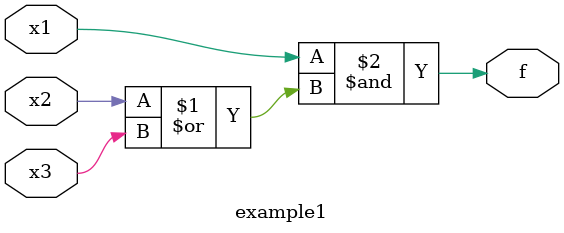
<source format=v>
module example1(x1,x2,x3,f);
input x1,x2,x3;
output f;
assign f= x1 &(x2|x3);
endmodule	
	

</source>
